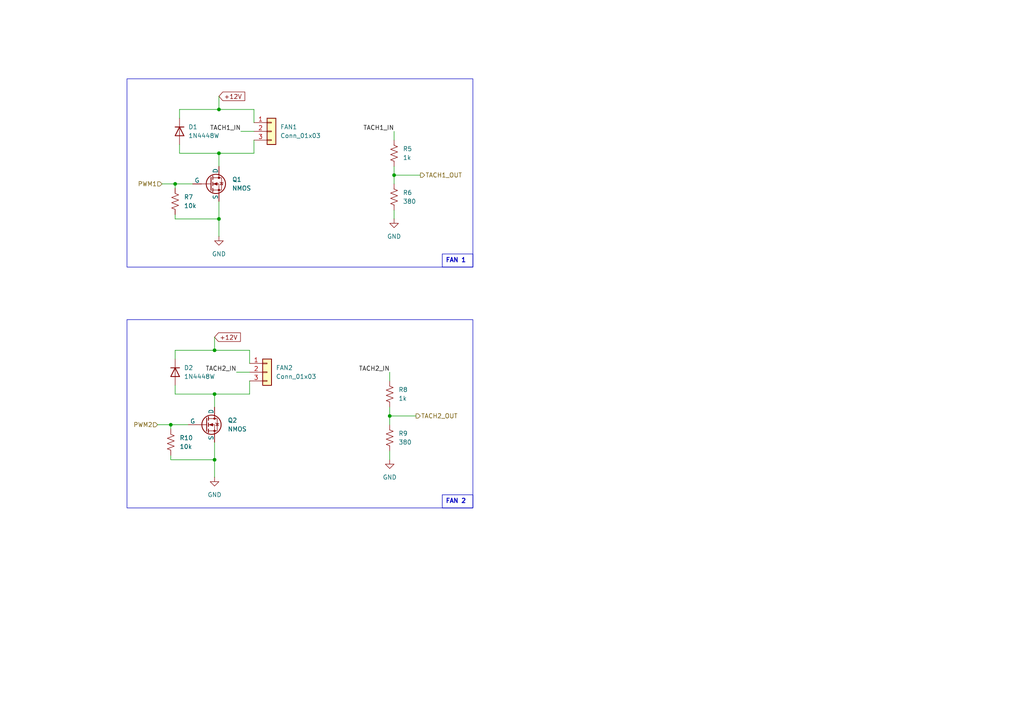
<source format=kicad_sch>
(kicad_sch (version 20231120) (generator "eeschema") (generator_version "8.0")
  (paper "A4")
  (lib_symbols
    (symbol "Connector_Generic:Conn_01x03" (pin_names (offset 1.016) hide)
      (property "Reference" "J" (at 0 5.08 0))
      (property "Value" "Conn_01x03" (at 0 -5.08 0))
      (symbol "Conn_01x03_1_1"
        (rectangle (start -1.27 -2.413) (end 0 -2.667) (stroke (width 0.1524)))
        (rectangle (start -1.27 0.127) (end 0 -0.127) (stroke (width 0.1524)))
        (rectangle (start -1.27 2.667) (end 0 2.413) (stroke (width 0.1524)))
        (rectangle (start -1.27 3.81) (end 1.27 -3.81) (stroke (width 0.254)) (fill (type background)))
        (pin passive line (at -5.08 2.54 0) (length 3.81) (name "Pin_1") (number "1"))
        (pin passive line (at -5.08 0 0) (length 3.81) (name "Pin_2") (number "2"))
        (pin passive line (at -5.08 -2.54 0) (length 3.81) (name "Pin_3") (number "3"))
      )
    )
    (symbol "Device:D" (pin_numbers hide) (pin_names (offset 1.016) hide)
      (property "Reference" "D" (at 0 2.54 0))
      (property "Value" "D" (at 0 -2.54 0))
      (symbol "D_0_1"
        (polyline (pts (xy -1.27 1.27) (xy -1.27 -1.27)) (stroke (width 0.254)))
        (polyline (pts (xy 1.27 0) (xy -1.27 0)))
        (polyline (pts (xy 1.27 1.27) (xy 1.27 -1.27) (xy -1.27 0) (xy 1.27 1.27)) (stroke (width 0.254)))
      )
      (symbol "D_1_1"
        (pin passive line (at -3.81 0 0) (length 2.54) (name "K") (number "1"))
        (pin passive line (at 3.81 0 180) (length 2.54) (name "A") (number "2"))
      )
    )
    (symbol "Device:R_US" (pin_numbers hide) (pin_names (offset 0))
      (property "Reference" "R" (at 2.54 0 90))
      (property "Value" "R_US" (at -2.54 0 90))
      (symbol "R_US_0_1"
        (polyline (pts (xy 0 -2.286) (xy 0 -2.54)))
        (polyline (pts (xy 0 2.286) (xy 0 2.54)))
        (polyline (pts (xy 0 -0.762) (xy 1.016 -1.143) (xy 0 -1.524) (xy -1.016 -1.905) (xy 0 -2.286)))
        (polyline (pts (xy 0 0.762) (xy 1.016 0.381) (xy 0 0) (xy -1.016 -0.381) (xy 0 -0.762)))
        (polyline (pts (xy 0 2.286) (xy 1.016 1.905) (xy 0 1.524) (xy -1.016 1.143) (xy 0 0.762)))
      )
      (symbol "R_US_1_1"
        (pin passive line (at 0 3.81 270) (length 1.27) (name "~") (number "1"))
        (pin passive line (at 0 -3.81 90) (length 1.27) (name "~") (number "2"))
      )
    )
    (symbol "Simulation_SPICE:NMOS" (pin_numbers hide) (pin_names (offset 0))
      (property "Reference" "Q" (at 5.08 1.27 0))
      (property "Value" "NMOS" (at 5.08 -1.27 0))
      (symbol "NMOS_0_1"
        (polyline (pts (xy 0.254 0) (xy -2.54 0)))
        (polyline (pts (xy 0.254 1.905) (xy 0.254 -1.905)) (stroke (width 0.254)))
        (polyline (pts (xy 0.762 -1.27) (xy 0.762 -2.286)) (stroke (width 0.254)))
        (polyline (pts (xy 0.762 0.508) (xy 0.762 -0.508)) (stroke (width 0.254)))
        (polyline (pts (xy 0.762 2.286) (xy 0.762 1.27)) (stroke (width 0.254)))
        (polyline (pts (xy 2.54 2.54) (xy 2.54 1.778)))
        (polyline (pts (xy 2.54 -2.54) (xy 2.54 0) (xy 0.762 0)))
        (polyline (pts (xy 0.762 -1.778) (xy 3.302 -1.778) (xy 3.302 1.778) (xy 0.762 1.778)))
        (polyline (pts (xy 1.016 0) (xy 2.032 0.381) (xy 2.032 -0.381) (xy 1.016 0)) (fill (type outline)))
        (polyline (pts (xy 2.794 0.508) (xy 2.921 0.381) (xy 3.683 0.381) (xy 3.81 0.254)))
        (polyline (pts (xy 3.302 0.381) (xy 2.921 -0.254) (xy 3.683 -0.254) (xy 3.302 0.381)))
        (circle (center 1.651 0) (radius 2.794) (stroke (width 0.254)))
        (circle (center 2.54 -1.778) (radius 0.254) (fill (type outline)))
        (circle (center 2.54 1.778) (radius 0.254) (fill (type outline)))
      )
      (symbol "NMOS_1_1"
        (pin passive line (at 2.54 5.08 270) (length 2.54) (name "D") (number "1"))
        (pin input line (at -5.08 0 0) (length 2.54) (name "G") (number "2"))
        (pin passive line (at 2.54 -5.08 90) (length 2.54) (name "S") (number "3"))
      )
    )
    (symbol "power:GND" (power) (pin_numbers hide) (pin_names (offset 0) hide)
      (property "Value" "GND" (at 0 -3.81 0))
      (symbol "GND_0_1"
        (polyline (pts (xy 0 0) (xy 0 -1.27) (xy 1.27 -1.27) (xy 0 -2.54) (xy -1.27 -1.27) (xy 0 -1.27)))
      )
      (symbol "GND_1_1"
        (pin power_in line (at 0 0 270) (length 0) (name "~") (number "1"))
      )
    )
  )
  (junction (at 49.53 123.19))
  (junction (at 62.23 114.3))
  (junction (at 114.3 50.8))
  (junction (at 63.5 31.75))
  (junction (at 62.23 101.6))
  (junction (at 50.8 53.34))
  (junction (at 113.03 120.65))
  (junction (at 63.5 44.45))
  (junction (at 63.5 63.5))
  (junction (at 62.23 133.35))
  (wire (pts (xy 73.66 44.45) (xy 73.66 40.64)))
  (wire (pts (xy 50.8 101.6) (xy 62.23 101.6)))
  (wire (pts (xy 113.03 110.49) (xy 113.03 107.95)))
  (wire (pts (xy 55.88 53.34) (xy 50.8 53.34)))
  (wire (pts (xy 50.8 63.5) (xy 50.8 62.23)))
  (wire (pts (xy 52.07 41.91) (xy 52.07 44.45)))
  (wire (pts (xy 63.5 27.94) (xy 63.5 31.75)))
  (wire (pts (xy 73.66 35.56) (xy 73.66 31.75)))
  (wire (pts (xy 52.07 44.45) (xy 63.5 44.45)))
  (wire (pts (xy 49.53 133.35) (xy 62.23 133.35)))
  (wire (pts (xy 62.23 97.79) (xy 62.23 101.6)))
  (wire (pts (xy 63.5 58.42) (xy 63.5 63.5)))
  (wire (pts (xy 114.3 50.8) (xy 121.92 50.8)))
  (wire (pts (xy 50.8 114.3) (xy 62.23 114.3)))
  (wire (pts (xy 114.3 50.8) (xy 114.3 53.34)))
  (wire (pts (xy 72.39 114.3) (xy 72.39 110.49)))
  (wire (pts (xy 113.03 120.65) (xy 113.03 123.19)))
  (wire (pts (xy 62.23 114.3) (xy 72.39 114.3)))
  (wire (pts (xy 62.23 101.6) (xy 72.39 101.6)))
  (wire (pts (xy 113.03 118.11) (xy 113.03 120.65)))
  (wire (pts (xy 52.07 31.75) (xy 63.5 31.75)))
  (wire (pts (xy 72.39 105.41) (xy 72.39 101.6)))
  (wire (pts (xy 113.03 130.81) (xy 113.03 133.35)))
  (wire (pts (xy 54.61 123.19) (xy 49.53 123.19)))
  (wire (pts (xy 45.72 123.19) (xy 49.53 123.19)))
  (wire (pts (xy 52.07 31.75) (xy 52.07 34.29)))
  (wire (pts (xy 50.8 111.76) (xy 50.8 114.3)))
  (wire (pts (xy 63.5 44.45) (xy 73.66 44.45)))
  (wire (pts (xy 68.58 107.95) (xy 72.39 107.95)))
  (wire (pts (xy 62.23 133.35) (xy 62.23 138.43)))
  (wire (pts (xy 50.8 53.34) (xy 50.8 54.61)))
  (wire (pts (xy 63.5 31.75) (xy 73.66 31.75)))
  (wire (pts (xy 49.53 123.19) (xy 49.53 124.46)))
  (wire (pts (xy 49.53 133.35) (xy 49.53 132.08)))
  (wire (pts (xy 62.23 128.27) (xy 62.23 133.35)))
  (wire (pts (xy 69.85 38.1) (xy 73.66 38.1)))
  (wire (pts (xy 114.3 38.1) (xy 114.3 40.64)))
  (wire (pts (xy 62.23 114.3) (xy 62.23 118.11)))
  (wire (pts (xy 114.3 48.26) (xy 114.3 50.8)))
  (wire (pts (xy 50.8 63.5) (xy 63.5 63.5)))
  (wire (pts (xy 114.3 60.96) (xy 114.3 63.5)))
  (wire (pts (xy 46.99 53.34) (xy 50.8 53.34)))
  (wire (pts (xy 50.8 101.6) (xy 50.8 104.14)))
  (wire (pts (xy 63.5 63.5) (xy 63.5 68.58)))
  (wire (pts (xy 63.5 44.45) (xy 63.5 48.26)))
  (wire (pts (xy 113.03 120.65) (xy 120.65 120.65)))
  (rectangle (start 36.83 22.86) (end 137.16 77.47))
  (rectangle (start 36.83 92.71) (end 137.16 147.32))
  (text_box "FAN 2" (at 128.27 143.51 0) (size 8.89 3.81) (effects (font (size 1.27 1.27) (thickness 0.254) (bold yes)) (justify left top)))
  (text_box "FAN 1" (at 128.27 73.66 0) (size 8.89 3.81) (effects (font (size 1.27 1.27) (thickness 0.254) (bold yes)) (justify left top)))
  (label "TACH2_IN" (at 68.58 107.95 180))
  (label "TACH1_IN" (at 114.3 38.1 180))
  (label "TACH1_IN" (at 69.85 38.1 180))
  (label "TACH2_IN" (at 113.03 107.95 180))
  (global_label "+12V" (shape input) (at 63.5 27.94 0) (property "Intersheetrefs" "${INTERSHEET_REFS}" (effects (hide yes))))
  (global_label "+12V" (shape input) (at 62.23 97.79 0) (property "Intersheetrefs" "${INTERSHEET_REFS}" (effects (hide yes))))
  (hierarchical_label "TACH1_OUT" (shape output) (at 121.92 50.8 0))
  (hierarchical_label "PWM2" (shape input) (at 45.72 123.19 180))
  (hierarchical_label "PWM1" (shape input) (at 46.99 53.34 180))
  (hierarchical_label "TACH2_OUT" (shape output) (at 120.65 120.65 0))
  (symbol (lib_id "Simulation_SPICE:NMOS") (at 60.96 53.34 0) (unit 1)
    (property "Reference" "Q1" (at 67.31 52.0699 0) (effects (justify left)))
    (property "Value" "NMOS" (at 67.31 54.6099 0) (effects (justify left)))
    (property "Footprint" "Package_TO_SOT_SMD:LFPAK33" (effects (hide yes)))
    (property "Datasheet" "https://ngspice.sourceforge.io/docs/ngspice-html-manual/manual.xhtml#cha_MOSFETs" (effects (hide yes)))
    (property "Description" "N-MOSFET transistor, drain/source/gate" (effects (hide yes)))
    (property "Sim.Device" "NMOS" (effects (hide yes)))
    (property "Sim.Type" "VDMOS" (effects (hide yes)))
    (property "Sim.Pins" "1=D 2=G 3=S" (effects (hide yes)))
  )
  (symbol (lib_id "power:GND") (at 114.3 63.5 0) (unit 1)
    (property "Reference" "#PWR016" (effects (hide yes)))
    (property "Value" "GND" (at 114.3 68.58 0))
    (property "Description" "Power symbol creates a global label with name \"GND\" , ground" (effects (hide yes)))
  )
  (symbol (lib_id "Device:R_US") (at 113.03 114.3 0) (unit 1)
    (property "Reference" "R8" (at 115.57 113.0299 0) (effects (justify left)))
    (property "Value" "1k" (at 115.57 115.5699 0) (effects (justify left)))
    (property "Footprint" "Resistor_SMD:R_0805_2012Metric" (effects (hide yes)))
    (property "Description" "Resistor, US symbol" (effects (hide yes)))
  )
  (symbol (lib_id "Device:D") (at 52.07 38.1 270) (unit 1)
    (property "Reference" "D1" (at 54.61 36.8299 90) (effects (justify left)))
    (property "Value" "1N4448W" (at 54.61 39.3699 90) (effects (justify left)))
    (property "Footprint" "Diode_SMD:D_SOD-323" (effects (hide yes)))
    (property "Datasheet" "https://www.vishay.com/docs/85722/1n4448w.pdf" (effects (hide yes)))
    (property "Description" "Diode" (effects (hide yes)))
    (property "Sim.Device" "D" (effects (hide yes)))
    (property "Sim.Pins" "1=K 2=A" (effects (hide yes)))
  )
  (symbol (lib_id "Connector_Generic:Conn_01x03") (at 78.74 38.1 0) (unit 1)
    (property "Reference" "FAN1" (at 81.28 36.8299 0) (effects (justify left)))
    (property "Value" "Conn_01x03" (at 81.28 39.3699 0) (effects (justify left)))
    (property "Footprint" "UTSVT_Connectors:Molex_MicroFit3.0_1x3xP3.00mm_PolarizingPeg_Vertical" (effects (hide yes)))
    (property "Datasheet" "https://www.delta-fan.com/Download/Spec/AFB1212SH-F00.pdf" (effects (hide yes)))
    (property "Description" "Generic connector, single row, 01x03, script generated (kicad-library-utils/schlib/autogen/connector/)" (effects (hide yes)))
    (property "Notes" "Fan connector" (effects (hide yes)))
  )
  (symbol (lib_id "Simulation_SPICE:NMOS") (at 59.69 123.19 0) (unit 1)
    (property "Reference" "Q2" (at 66.04 121.9199 0) (effects (justify left)))
    (property "Value" "NMOS" (at 66.04 124.4599 0) (effects (justify left)))
    (property "Footprint" "Package_TO_SOT_SMD:LFPAK33" (effects (hide yes)))
    (property "Datasheet" "https://ngspice.sourceforge.io/docs/ngspice-html-manual/manual.xhtml#cha_MOSFETs" (effects (hide yes)))
    (property "Description" "N-MOSFET transistor, drain/source/gate" (effects (hide yes)))
    (property "Sim.Device" "NMOS" (effects (hide yes)))
    (property "Sim.Type" "VDMOS" (effects (hide yes)))
    (property "Sim.Pins" "1=D 2=G 3=S" (effects (hide yes)))
  )
  (symbol (lib_id "power:GND") (at 63.5 68.58 0) (unit 1)
    (property "Reference" "#PWR017" (effects (hide yes)))
    (property "Value" "GND" (at 63.5 73.66 0))
    (property "Description" "Power symbol creates a global label with name \"GND\" , ground" (effects (hide yes)))
  )
  (symbol (lib_id "Device:D") (at 50.8 107.95 270) (unit 1)
    (property "Reference" "D2" (at 53.34 106.6799 90) (effects (justify left)))
    (property "Value" "1N4448W" (at 53.34 109.2199 90) (effects (justify left)))
    (property "Footprint" "Diode_SMD:D_SOD-323" (effects (hide yes)))
    (property "Datasheet" "https://www.vishay.com/docs/85722/1n4448w.pdf" (effects (hide yes)))
    (property "Description" "Diode" (effects (hide yes)))
    (property "Sim.Device" "D" (effects (hide yes)))
    (property "Sim.Pins" "1=K 2=A" (effects (hide yes)))
  )
  (symbol (lib_id "Device:R_US") (at 114.3 57.15 0) (unit 1)
    (property "Reference" "R6" (at 116.84 55.8799 0) (effects (justify left)))
    (property "Value" "380" (at 116.84 58.4199 0) (effects (justify left)))
    (property "Footprint" "Resistor_SMD:R_0805_2012Metric" (effects (hide yes)))
    (property "Description" "Resistor, US symbol" (effects (hide yes)))
  )
  (symbol (lib_id "Device:R_US") (at 113.03 127 0) (unit 1)
    (property "Reference" "R9" (at 115.57 125.7299 0) (effects (justify left)))
    (property "Value" "380" (at 115.57 128.2699 0) (effects (justify left)))
    (property "Footprint" "Resistor_SMD:R_0805_2012Metric" (effects (hide yes)))
    (property "Description" "Resistor, US symbol" (effects (hide yes)))
  )
  (symbol (lib_id "power:GND") (at 113.03 133.35 0) (unit 1)
    (property "Reference" "#PWR018" (effects (hide yes)))
    (property "Value" "GND" (at 113.03 138.43 0))
    (property "Description" "Power symbol creates a global label with name \"GND\" , ground" (effects (hide yes)))
  )
  (symbol (lib_id "Device:R_US") (at 114.3 44.45 0) (unit 1)
    (property "Reference" "R5" (at 116.84 43.1799 0) (effects (justify left)))
    (property "Value" "1k" (at 116.84 45.7199 0) (effects (justify left)))
    (property "Footprint" "Resistor_SMD:R_0805_2012Metric" (effects (hide yes)))
    (property "Description" "Resistor, US symbol" (effects (hide yes)))
  )
  (symbol (lib_id "Device:R_US") (at 49.53 128.27 0) (unit 1)
    (property "Reference" "R10" (at 52.07 126.9999 0) (effects (justify left)))
    (property "Value" "10k" (at 52.07 129.5399 0) (effects (justify left)))
    (property "Footprint" "Resistor_SMD:R_0805_2012Metric" (effects (hide yes)))
    (property "Description" "Resistor, US symbol" (effects (hide yes)))
  )
  (symbol (lib_id "Connector_Generic:Conn_01x03") (at 77.47 107.95 0) (unit 1)
    (property "Reference" "FAN2" (at 80.01 106.6799 0) (effects (justify left)))
    (property "Value" "Conn_01x03" (at 80.01 109.2199 0) (effects (justify left)))
    (property "Footprint" "UTSVT_Connectors:Molex_MicroFit3.0_1x3xP3.00mm_PolarizingPeg_Vertical" (effects (hide yes)))
    (property "Datasheet" "https://www.delta-fan.com/Download/Spec/AFB1212SH-F00.pdf" (effects (hide yes)))
    (property "Description" "Generic connector, single row, 01x03, script generated (kicad-library-utils/schlib/autogen/connector/)" (effects (hide yes)))
    (property "Notes" "Fan connector" (effects (hide yes)))
  )
  (symbol (lib_id "Device:R_US") (at 50.8 58.42 0) (unit 1)
    (property "Reference" "R7" (at 53.34 57.1499 0) (effects (justify left)))
    (property "Value" "10k" (at 53.34 59.6899 0) (effects (justify left)))
    (property "Footprint" "Resistor_SMD:R_0805_2012Metric" (effects (hide yes)))
    (property "Description" "Resistor, US symbol" (effects (hide yes)))
  )
  (symbol (lib_id "power:GND") (at 62.23 138.43 0) (unit 1)
    (property "Reference" "#PWR019" (effects (hide yes)))
    (property "Value" "GND" (at 62.23 143.51 0))
    (property "Description" "Power symbol creates a global label with name \"GND\" , ground" (effects (hide yes)))
  )
)
</source>
